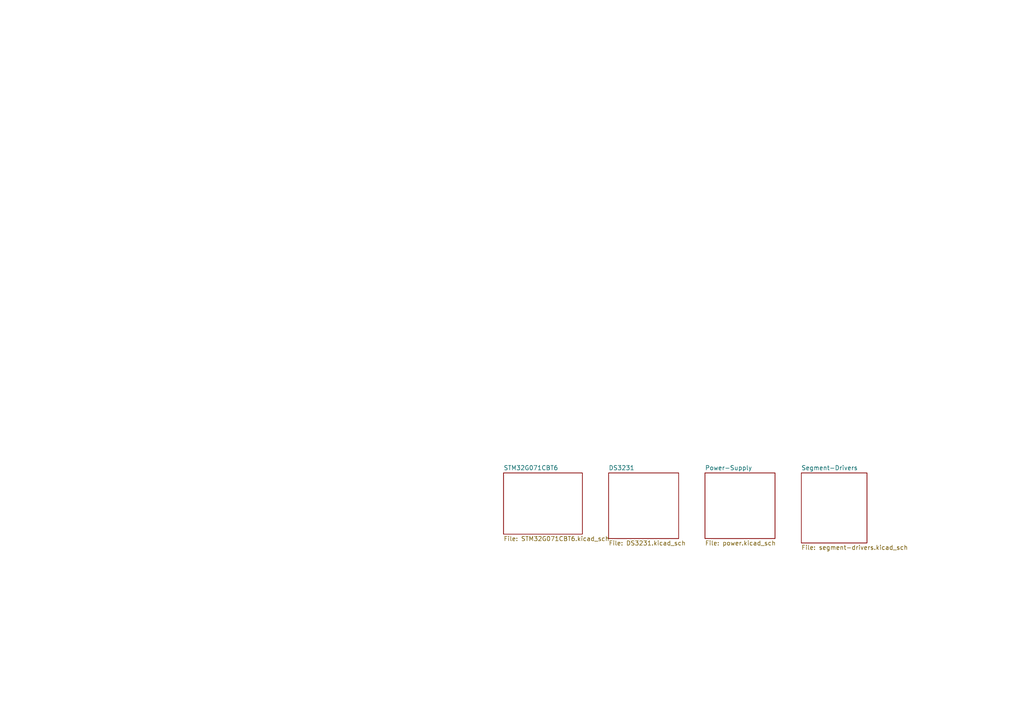
<source format=kicad_sch>
(kicad_sch
	(version 20250114)
	(generator "eeschema")
	(generator_version "9.0")
	(uuid "831ae1ef-1bd9-4f70-83f4-283bc54c43f2")
	(paper "A4")
	(lib_symbols)
	(sheet
		(at 176.53 137.16)
		(size 20.32 19.05)
		(exclude_from_sim no)
		(in_bom yes)
		(on_board yes)
		(dnp no)
		(fields_autoplaced yes)
		(stroke
			(width 0.1524)
			(type solid)
		)
		(fill
			(color 0 0 0 0.0000)
		)
		(uuid "35225dad-1521-43ed-b68d-d0d344ffd3d2")
		(property "Sheetname" "DS3231"
			(at 176.53 136.4484 0)
			(effects
				(font
					(size 1.27 1.27)
				)
				(justify left bottom)
			)
		)
		(property "Sheetfile" "DS3231.kicad_sch"
			(at 176.53 156.7946 0)
			(effects
				(font
					(size 1.27 1.27)
				)
				(justify left top)
			)
		)
		(instances
			(project "flip-segment-clock_main-board"
				(path "/831ae1ef-1bd9-4f70-83f4-283bc54c43f2"
					(page "3")
				)
			)
		)
	)
	(sheet
		(at 232.41 137.16)
		(size 19.05 20.32)
		(exclude_from_sim no)
		(in_bom yes)
		(on_board yes)
		(dnp no)
		(fields_autoplaced yes)
		(stroke
			(width 0.1524)
			(type solid)
		)
		(fill
			(color 0 0 0 0.0000)
		)
		(uuid "68afc037-e8d6-4d8e-9784-416aa391c26c")
		(property "Sheetname" "Segment-Drivers"
			(at 232.41 136.4484 0)
			(effects
				(font
					(size 1.27 1.27)
				)
				(justify left bottom)
			)
		)
		(property "Sheetfile" "segment-drivers.kicad_sch"
			(at 232.41 158.0646 0)
			(effects
				(font
					(size 1.27 1.27)
				)
				(justify left top)
			)
		)
		(instances
			(project "flip-segment-clock_main-board"
				(path "/831ae1ef-1bd9-4f70-83f4-283bc54c43f2"
					(page "5")
				)
			)
		)
	)
	(sheet
		(at 146.05 137.16)
		(size 22.86 17.78)
		(exclude_from_sim no)
		(in_bom yes)
		(on_board yes)
		(dnp no)
		(fields_autoplaced yes)
		(stroke
			(width 0.1524)
			(type solid)
		)
		(fill
			(color 0 0 0 0.0000)
		)
		(uuid "7c23a0e0-12b9-4301-b469-91a3098c81d4")
		(property "Sheetname" "STM32G071CBT6"
			(at 146.05 136.4484 0)
			(effects
				(font
					(size 1.27 1.27)
				)
				(justify left bottom)
			)
		)
		(property "Sheetfile" "STM32G071CBT6.kicad_sch"
			(at 146.05 155.5246 0)
			(effects
				(font
					(size 1.27 1.27)
				)
				(justify left top)
			)
		)
		(instances
			(project "flip-segment-clock_main-board"
				(path "/831ae1ef-1bd9-4f70-83f4-283bc54c43f2"
					(page "2")
				)
			)
		)
	)
	(sheet
		(at 204.47 137.16)
		(size 20.32 19.05)
		(exclude_from_sim no)
		(in_bom yes)
		(on_board yes)
		(dnp no)
		(fields_autoplaced yes)
		(stroke
			(width 0.1524)
			(type solid)
		)
		(fill
			(color 0 0 0 0.0000)
		)
		(uuid "c80d5652-08e5-4616-af71-78c224afc2ca")
		(property "Sheetname" "Power-Supply"
			(at 204.47 136.4484 0)
			(effects
				(font
					(size 1.27 1.27)
				)
				(justify left bottom)
			)
		)
		(property "Sheetfile" "power.kicad_sch"
			(at 204.47 156.7946 0)
			(effects
				(font
					(size 1.27 1.27)
				)
				(justify left top)
			)
		)
		(instances
			(project "flip-segment-clock_main-board"
				(path "/831ae1ef-1bd9-4f70-83f4-283bc54c43f2"
					(page "4")
				)
			)
		)
	)
	(sheet_instances
		(path "/"
			(page "1")
		)
	)
	(embedded_fonts no)
)

</source>
